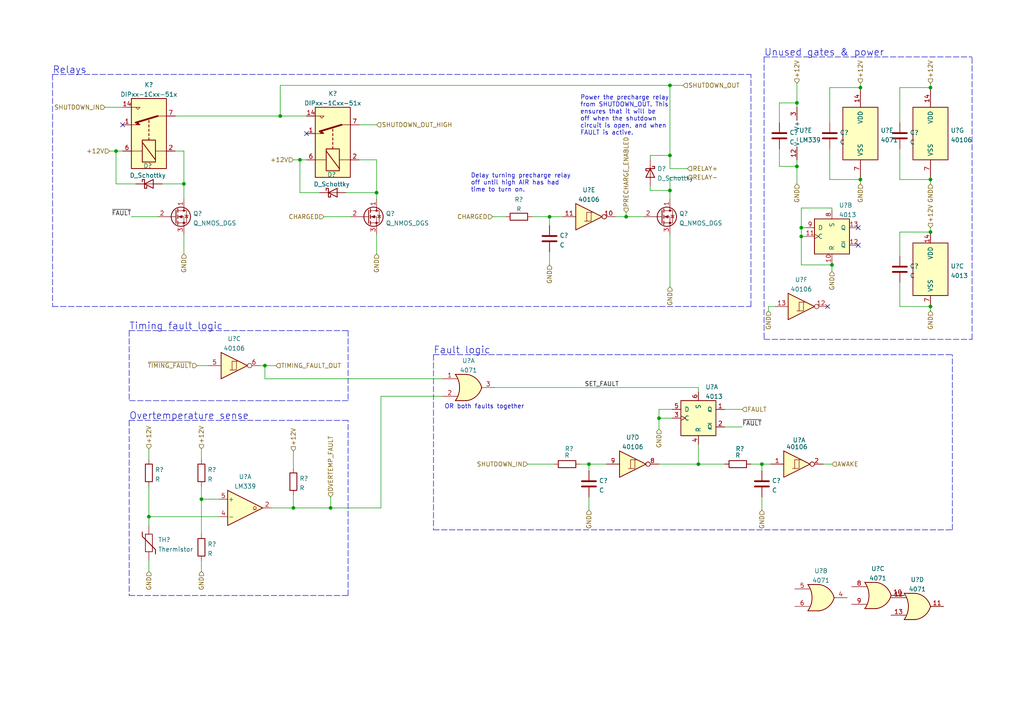
<source format=kicad_sch>
(kicad_sch (version 20211123) (generator eeschema)
  (paper "A4")
  (lib_symbols
    (symbol "4xxx:40106" (pin_names (offset 1.016))
      (property "Reference" "U" (at 0 1.27 0))
      (property "Value" "40106" (at 0 -1.27 0))
      (symbol "40106_1_0"
        (polyline (pts (xy -0.635 -1.27) (xy -0.635 1.27) (xy 0.635 1.27)))
        (polyline (pts (xy -3.81 3.81) (xy -3.81 -3.81) (xy 3.81 0) (xy -3.81 3.81)) (stroke (width 0.254)) (fill (type background)))
        (polyline (pts (xy -1.27 -1.27) (xy 0.635 -1.27) (xy 0.635 1.27) (xy 1.27 1.27)))
        (pin input line (at -7.62 0 0) (length 3.81) (name "~") (number "1"))
        (pin output inverted (at 7.62 0 180) (length 3.81) (name "~") (number "2"))
      )
      (symbol "40106_2_0"
        (polyline (pts (xy -0.635 -1.27) (xy -0.635 1.27) (xy 0.635 1.27)))
        (polyline (pts (xy -3.81 3.81) (xy -3.81 -3.81) (xy 3.81 0) (xy -3.81 3.81)) (stroke (width 0.254)) (fill (type background)))
        (polyline (pts (xy -1.27 -1.27) (xy 0.635 -1.27) (xy 0.635 1.27) (xy 1.27 1.27)))
        (pin input line (at -7.62 0 0) (length 3.81) (name "~") (number "3"))
        (pin output inverted (at 7.62 0 180) (length 3.81) (name "~") (number "4"))
      )
      (symbol "40106_3_0"
        (polyline (pts (xy -0.635 -1.27) (xy -0.635 1.27) (xy 0.635 1.27)))
        (polyline (pts (xy -3.81 3.81) (xy -3.81 -3.81) (xy 3.81 0) (xy -3.81 3.81)) (stroke (width 0.254)) (fill (type background)))
        (polyline (pts (xy -1.27 -1.27) (xy 0.635 -1.27) (xy 0.635 1.27) (xy 1.27 1.27)))
        (pin input line (at -7.62 0 0) (length 3.81) (name "~") (number "5"))
        (pin output inverted (at 7.62 0 180) (length 3.81) (name "~") (number "6"))
      )
      (symbol "40106_4_0"
        (polyline (pts (xy -0.635 -1.27) (xy -0.635 1.27) (xy 0.635 1.27)))
        (polyline (pts (xy -3.81 3.81) (xy -3.81 -3.81) (xy 3.81 0) (xy -3.81 3.81)) (stroke (width 0.254)) (fill (type background)))
        (polyline (pts (xy -1.27 -1.27) (xy 0.635 -1.27) (xy 0.635 1.27) (xy 1.27 1.27)))
        (pin output inverted (at 7.62 0 180) (length 3.81) (name "~") (number "8"))
        (pin input line (at -7.62 0 0) (length 3.81) (name "~") (number "9"))
      )
      (symbol "40106_5_0"
        (polyline (pts (xy -0.635 -1.27) (xy -0.635 1.27) (xy 0.635 1.27)))
        (polyline (pts (xy -3.81 3.81) (xy -3.81 -3.81) (xy 3.81 0) (xy -3.81 3.81)) (stroke (width 0.254)) (fill (type background)))
        (polyline (pts (xy -1.27 -1.27) (xy 0.635 -1.27) (xy 0.635 1.27) (xy 1.27 1.27)))
        (pin output inverted (at 7.62 0 180) (length 3.81) (name "~") (number "10"))
        (pin input line (at -7.62 0 0) (length 3.81) (name "~") (number "11"))
      )
      (symbol "40106_6_0"
        (polyline (pts (xy -0.635 -1.27) (xy -0.635 1.27) (xy 0.635 1.27)))
        (polyline (pts (xy -3.81 3.81) (xy -3.81 -3.81) (xy 3.81 0) (xy -3.81 3.81)) (stroke (width 0.254)) (fill (type background)))
        (polyline (pts (xy -1.27 -1.27) (xy 0.635 -1.27) (xy 0.635 1.27) (xy 1.27 1.27)))
        (pin output inverted (at 7.62 0 180) (length 3.81) (name "~") (number "12"))
        (pin input line (at -7.62 0 0) (length 3.81) (name "~") (number "13"))
      )
      (symbol "40106_7_0"
        (pin power_in line (at 0 12.7 270) (length 5.08) (name "VDD") (number "14"))
        (pin power_in line (at 0 -12.7 90) (length 5.08) (name "VSS") (number "7"))
      )
      (symbol "40106_7_1"
        (rectangle (start -5.08 7.62) (end 5.08 -7.62) (stroke (width 0.254)) (fill (type background)))
      )
    )
    (symbol "4xxx:4013" (pin_names (offset 1.016))
      (property "Reference" "U" (at -7.62 8.89 0))
      (property "Value" "4013" (at -7.62 -8.89 0))
      (symbol "4013_1_1"
        (rectangle (start -5.08 5.08) (end 5.08 -5.08) (stroke (width 0.254)) (fill (type background)))
        (pin output line (at 7.62 2.54 180) (length 2.54) (name "Q") (number "1"))
        (pin output line (at 7.62 -2.54 180) (length 2.54) (name "~{Q}") (number "2"))
        (pin input clock (at -7.62 0 0) (length 2.54) (name "C") (number "3"))
        (pin input line (at 0 -7.62 90) (length 2.54) (name "R") (number "4"))
        (pin input line (at -7.62 2.54 0) (length 2.54) (name "D") (number "5"))
        (pin input line (at 0 7.62 270) (length 2.54) (name "S") (number "6"))
      )
      (symbol "4013_2_1"
        (rectangle (start -5.08 5.08) (end 5.08 -5.08) (stroke (width 0.254)) (fill (type background)))
        (pin input line (at 0 -7.62 90) (length 2.54) (name "R") (number "10"))
        (pin input clock (at -7.62 0 0) (length 2.54) (name "C") (number "11"))
        (pin output line (at 7.62 -2.54 180) (length 2.54) (name "~{Q}") (number "12"))
        (pin output line (at 7.62 2.54 180) (length 2.54) (name "Q") (number "13"))
        (pin input line (at 0 7.62 270) (length 2.54) (name "S") (number "8"))
        (pin input line (at -7.62 2.54 0) (length 2.54) (name "D") (number "9"))
      )
      (symbol "4013_3_0"
        (pin power_in line (at 0 10.16 270) (length 2.54) (name "VDD") (number "14"))
        (pin power_in line (at 0 -10.16 90) (length 2.54) (name "VSS") (number "7"))
      )
      (symbol "4013_3_1"
        (rectangle (start -5.08 7.62) (end 5.08 -7.62) (stroke (width 0.254)) (fill (type background)))
      )
    )
    (symbol "4xxx:4071" (pin_names (offset 1.016))
      (property "Reference" "U" (at 0 1.27 0))
      (property "Value" "4071" (at 0 -1.27 0))
      (symbol "4071_1_1"
        (arc (start -3.81 -3.81) (mid -2.589 0) (end -3.81 3.81) (stroke (width 0.254)))
        (arc (start -0.6096 -3.81) (mid 2.1855 -2.584) (end 3.81 0) (stroke (width 0.254)) (fill (type background)))
        (polyline (pts (xy -3.81 -3.81) (xy -0.635 -3.81)) (stroke (width 0.254)) (fill (type background)))
        (polyline (pts (xy -3.81 3.81) (xy -0.635 3.81)) (stroke (width 0.254)) (fill (type background)))
        (polyline (pts (xy -0.635 3.81) (xy -3.81 3.81) (xy -3.81 3.81) (xy -3.556 3.4036) (xy -3.0226 2.2606) (xy -2.6924 1.0414) (xy -2.6162 -0.254) (xy -2.7686 -1.4986) (xy -3.175 -2.7178) (xy -3.81 -3.81) (xy -3.81 -3.81) (xy -0.635 -3.81)) (stroke (width -25.4)) (fill (type background)))
        (arc (start 3.81 0) (mid 2.1928 2.5925) (end -0.6096 3.81) (stroke (width 0.254)) (fill (type background)))
        (pin input line (at -7.62 2.54 0) (length 4.318) (name "~") (number "1"))
        (pin input line (at -7.62 -2.54 0) (length 4.318) (name "~") (number "2"))
        (pin output line (at 7.62 0 180) (length 3.81) (name "~") (number "3"))
      )
      (symbol "4071_1_2"
        (arc (start 0 -3.81) (mid 3.81 0) (end 0 3.81) (stroke (width 0.254)) (fill (type background)))
        (polyline (pts (xy 0 3.81) (xy -3.81 3.81) (xy -3.81 -3.81) (xy 0 -3.81)) (stroke (width 0.254)) (fill (type background)))
        (pin input inverted (at -7.62 2.54 0) (length 3.81) (name "~") (number "1"))
        (pin input inverted (at -7.62 -2.54 0) (length 3.81) (name "~") (number "2"))
        (pin output inverted (at 7.62 0 180) (length 3.81) (name "~") (number "3"))
      )
      (symbol "4071_2_1"
        (arc (start -3.81 -3.81) (mid -2.589 0) (end -3.81 3.81) (stroke (width 0.254)))
        (arc (start -0.6096 -3.81) (mid 2.1855 -2.584) (end 3.81 0) (stroke (width 0.254)) (fill (type background)))
        (polyline (pts (xy -3.81 -3.81) (xy -0.635 -3.81)) (stroke (width 0.254)) (fill (type background)))
        (polyline (pts (xy -3.81 3.81) (xy -0.635 3.81)) (stroke (width 0.254)) (fill (type background)))
        (polyline (pts (xy -0.635 3.81) (xy -3.81 3.81) (xy -3.81 3.81) (xy -3.556 3.4036) (xy -3.0226 2.2606) (xy -2.6924 1.0414) (xy -2.6162 -0.254) (xy -2.7686 -1.4986) (xy -3.175 -2.7178) (xy -3.81 -3.81) (xy -3.81 -3.81) (xy -0.635 -3.81)) (stroke (width -25.4)) (fill (type background)))
        (arc (start 3.81 0) (mid 2.1928 2.5925) (end -0.6096 3.81) (stroke (width 0.254)) (fill (type background)))
        (pin output line (at 7.62 0 180) (length 3.81) (name "~") (number "4"))
        (pin input line (at -7.62 2.54 0) (length 4.318) (name "~") (number "5"))
        (pin input line (at -7.62 -2.54 0) (length 4.318) (name "~") (number "6"))
      )
      (symbol "4071_2_2"
        (arc (start 0 -3.81) (mid 3.81 0) (end 0 3.81) (stroke (width 0.254)) (fill (type background)))
        (polyline (pts (xy 0 3.81) (xy -3.81 3.81) (xy -3.81 -3.81) (xy 0 -3.81)) (stroke (width 0.254)) (fill (type background)))
        (pin output inverted (at 7.62 0 180) (length 3.81) (name "~") (number "4"))
        (pin input inverted (at -7.62 2.54 0) (length 3.81) (name "~") (number "5"))
        (pin input inverted (at -7.62 -2.54 0) (length 3.81) (name "~") (number "6"))
      )
      (symbol "4071_3_1"
        (arc (start -3.81 -3.81) (mid -2.589 0) (end -3.81 3.81) (stroke (width 0.254)))
        (arc (start -0.6096 -3.81) (mid 2.1855 -2.584) (end 3.81 0) (stroke (width 0.254)) (fill (type background)))
        (polyline (pts (xy -3.81 -3.81) (xy -0.635 -3.81)) (stroke (width 0.254)) (fill (type background)))
        (polyline (pts (xy -3.81 3.81) (xy -0.635 3.81)) (stroke (width 0.254)) (fill (type background)))
        (polyline (pts (xy -0.635 3.81) (xy -3.81 3.81) (xy -3.81 3.81) (xy -3.556 3.4036) (xy -3.0226 2.2606) (xy -2.6924 1.0414) (xy -2.6162 -0.254) (xy -2.7686 -1.4986) (xy -3.175 -2.7178) (xy -3.81 -3.81) (xy -3.81 -3.81) (xy -0.635 -3.81)) (stroke (width -25.4)) (fill (type background)))
        (arc (start 3.81 0) (mid 2.1928 2.5925) (end -0.6096 3.81) (stroke (width 0.254)) (fill (type background)))
        (pin output line (at 7.62 0 180) (length 3.81) (name "~") (number "10"))
        (pin input line (at -7.62 2.54 0) (length 4.318) (name "~") (number "8"))
        (pin input line (at -7.62 -2.54 0) (length 4.318) (name "~") (number "9"))
      )
      (symbol "4071_3_2"
        (arc (start 0 -3.81) (mid 3.81 0) (end 0 3.81) (stroke (width 0.254)) (fill (type background)))
        (polyline (pts (xy 0 3.81) (xy -3.81 3.81) (xy -3.81 -3.81) (xy 0 -3.81)) (stroke (width 0.254)) (fill (type background)))
        (pin output inverted (at 7.62 0 180) (length 3.81) (name "~") (number "10"))
        (pin input inverted (at -7.62 2.54 0) (length 3.81) (name "~") (number "8"))
        (pin input inverted (at -7.62 -2.54 0) (length 3.81) (name "~") (number "9"))
      )
      (symbol "4071_4_1"
        (arc (start -3.81 -3.81) (mid -2.589 0) (end -3.81 3.81) (stroke (width 0.254)))
        (arc (start -0.6096 -3.81) (mid 2.1855 -2.584) (end 3.81 0) (stroke (width 0.254)) (fill (type background)))
        (polyline (pts (xy -3.81 -3.81) (xy -0.635 -3.81)) (stroke (width 0.254)) (fill (type background)))
        (polyline (pts (xy -3.81 3.81) (xy -0.635 3.81)) (stroke (width 0.254)) (fill (type background)))
        (polyline (pts (xy -0.635 3.81) (xy -3.81 3.81) (xy -3.81 3.81) (xy -3.556 3.4036) (xy -3.0226 2.2606) (xy -2.6924 1.0414) (xy -2.6162 -0.254) (xy -2.7686 -1.4986) (xy -3.175 -2.7178) (xy -3.81 -3.81) (xy -3.81 -3.81) (xy -0.635 -3.81)) (stroke (width -25.4)) (fill (type background)))
        (arc (start 3.81 0) (mid 2.1928 2.5925) (end -0.6096 3.81) (stroke (width 0.254)) (fill (type background)))
        (pin output line (at 7.62 0 180) (length 3.81) (name "~") (number "11"))
        (pin input line (at -7.62 2.54 0) (length 4.318) (name "~") (number "12"))
        (pin input line (at -7.62 -2.54 0) (length 4.318) (name "~") (number "13"))
      )
      (symbol "4071_4_2"
        (arc (start 0 -3.81) (mid 3.81 0) (end 0 3.81) (stroke (width 0.254)) (fill (type background)))
        (polyline (pts (xy 0 3.81) (xy -3.81 3.81) (xy -3.81 -3.81) (xy 0 -3.81)) (stroke (width 0.254)) (fill (type background)))
        (pin output inverted (at 7.62 0 180) (length 3.81) (name "~") (number "11"))
        (pin input inverted (at -7.62 2.54 0) (length 3.81) (name "~") (number "12"))
        (pin input inverted (at -7.62 -2.54 0) (length 3.81) (name "~") (number "13"))
      )
      (symbol "4071_5_0"
        (pin power_in line (at 0 12.7 270) (length 5.08) (name "VDD") (number "14"))
        (pin power_in line (at 0 -12.7 90) (length 5.08) (name "VSS") (number "7"))
      )
      (symbol "4071_5_1"
        (rectangle (start -5.08 7.62) (end 5.08 -7.62) (stroke (width 0.254)) (fill (type background)))
      )
    )
    (symbol "Comparator:LM339" (pin_names (offset 0.127))
      (property "Reference" "U" (at 0 5.08 0))
      (property "Value" "LM339" (at 0 -5.08 0))
      (symbol "LM339_1_1"
        (polyline (pts (xy -5.08 5.08) (xy 5.08 0) (xy -5.08 -5.08) (xy -5.08 5.08)) (stroke (width 0.254)) (fill (type background)))
        (polyline (pts (xy 3.302 -0.508) (xy 2.794 -0.508) (xy 3.302 0) (xy 2.794 0.508) (xy 2.286 0) (xy 2.794 -0.508) (xy 2.286 -0.508)) (stroke (width 0.127)))
        (pin open_collector line (at 7.62 0 180) (length 2.54) (name "~") (number "2"))
        (pin input line (at -7.62 -2.54 0) (length 2.54) (name "-") (number "4"))
        (pin input line (at -7.62 2.54 0) (length 2.54) (name "+") (number "5"))
      )
      (symbol "LM339_2_1"
        (polyline (pts (xy -5.08 5.08) (xy 5.08 0) (xy -5.08 -5.08) (xy -5.08 5.08)) (stroke (width 0.254)) (fill (type background)))
        (polyline (pts (xy 3.302 -0.508) (xy 2.794 -0.508) (xy 3.302 0) (xy 2.794 0.508) (xy 2.286 0) (xy 2.794 -0.508) (xy 2.286 -0.508)) (stroke (width 0.127)))
        (pin open_collector line (at 7.62 0 180) (length 2.54) (name "~") (number "1"))
        (pin input line (at -7.62 -2.54 0) (length 2.54) (name "-") (number "6"))
        (pin input line (at -7.62 2.54 0) (length 2.54) (name "+") (number "7"))
      )
      (symbol "LM339_3_1"
        (polyline (pts (xy -5.08 5.08) (xy 5.08 0) (xy -5.08 -5.08) (xy -5.08 5.08)) (stroke (width 0.254)) (fill (type background)))
        (polyline (pts (xy 3.302 -0.508) (xy 2.794 -0.508) (xy 3.302 0) (xy 2.794 0.508) (xy 2.286 0) (xy 2.794 -0.508) (xy 2.286 -0.508)) (stroke (width 0.127)))
        (pin input line (at -7.62 -2.54 0) (length 2.54) (name "-") (number "10"))
        (pin input line (at -7.62 2.54 0) (length 2.54) (name "+") (number "11"))
        (pin open_collector line (at 7.62 0 180) (length 2.54) (name "~") (number "13"))
      )
      (symbol "LM339_4_1"
        (polyline (pts (xy -5.08 5.08) (xy 5.08 0) (xy -5.08 -5.08) (xy -5.08 5.08)) (stroke (width 0.254)) (fill (type background)))
        (polyline (pts (xy 3.302 -0.508) (xy 2.794 -0.508) (xy 3.302 0) (xy 2.794 0.508) (xy 2.286 0) (xy 2.794 -0.508) (xy 2.286 -0.508)) (stroke (width 0.127)))
        (pin open_collector line (at 7.62 0 180) (length 2.54) (name "~") (number "14"))
        (pin input line (at -7.62 -2.54 0) (length 2.54) (name "-") (number "8"))
        (pin input line (at -7.62 2.54 0) (length 2.54) (name "+") (number "9"))
      )
      (symbol "LM339_5_1"
        (pin power_in line (at -2.54 -7.62 90) (length 3.81) (name "V-") (number "12"))
        (pin power_in line (at -2.54 7.62 270) (length 3.81) (name "V+") (number "3"))
      )
    )
    (symbol "Device:C" (pin_numbers hide) (pin_names (offset 0.254))
      (property "Reference" "C" (at 0.635 2.54 0))
      (property "Value" "C" (at 0.635 -2.54 0))
      (symbol "C_0_1"
        (polyline (pts (xy -2.032 -0.762) (xy 2.032 -0.762)) (stroke (width 0.508)))
        (polyline (pts (xy -2.032 0.762) (xy 2.032 0.762)) (stroke (width 0.508)))
      )
      (symbol "C_1_1"
        (pin passive line (at 0 3.81 270) (length 2.794) (name "~") (number "1"))
        (pin passive line (at 0 -3.81 90) (length 2.794) (name "~") (number "2"))
      )
    )
    (symbol "Device:D_Schottky" (pin_numbers hide) (pin_names (offset 1.016) hide)
      (property "Reference" "D" (at 0 2.54 0))
      (property "Value" "D_Schottky" (at 0 -2.54 0))
      (symbol "D_Schottky_0_1"
        (polyline (pts (xy 1.27 0) (xy -1.27 0)))
        (polyline (pts (xy 1.27 1.27) (xy 1.27 -1.27) (xy -1.27 0) (xy 1.27 1.27)) (stroke (width 0.254)))
        (polyline (pts (xy -1.905 0.635) (xy -1.905 1.27) (xy -1.27 1.27) (xy -1.27 -1.27) (xy -0.635 -1.27) (xy -0.635 -0.635)) (stroke (width 0.254)))
      )
      (symbol "D_Schottky_1_1"
        (pin passive line (at -3.81 0 0) (length 2.54) (name "K") (number "1"))
        (pin passive line (at 3.81 0 180) (length 2.54) (name "A") (number "2"))
      )
    )
    (symbol "Device:Q_NMOS_DGS" (pin_names (offset 0) hide)
      (property "Reference" "Q" (at 5.08 1.27 0))
      (property "Value" "Q_NMOS_DGS" (at 5.08 -1.27 0))
      (symbol "Q_NMOS_DGS_0_1"
        (polyline (pts (xy 0.254 0) (xy -2.54 0)))
        (polyline (pts (xy 0.254 1.905) (xy 0.254 -1.905)) (stroke (width 0.254)))
        (polyline (pts (xy 0.762 -1.27) (xy 0.762 -2.286)) (stroke (width 0.254)))
        (polyline (pts (xy 0.762 0.508) (xy 0.762 -0.508)) (stroke (width 0.254)))
        (polyline (pts (xy 0.762 2.286) (xy 0.762 1.27)) (stroke (width 0.254)))
        (polyline (pts (xy 2.54 2.54) (xy 2.54 1.778)))
        (polyline (pts (xy 2.54 -2.54) (xy 2.54 0) (xy 0.762 0)))
        (polyline (pts (xy 0.762 -1.778) (xy 3.302 -1.778) (xy 3.302 1.778) (xy 0.762 1.778)))
        (polyline (pts (xy 1.016 0) (xy 2.032 0.381) (xy 2.032 -0.381) (xy 1.016 0)) (fill (type outline)))
        (polyline (pts (xy 2.794 0.508) (xy 2.921 0.381) (xy 3.683 0.381) (xy 3.81 0.254)))
        (polyline (pts (xy 3.302 0.381) (xy 2.921 -0.254) (xy 3.683 -0.254) (xy 3.302 0.381)))
        (circle (center 1.651 0) (radius 2.794) (stroke (width 0.254)))
        (circle (center 2.54 -1.778) (radius 0.254) (fill (type outline)))
        (circle (center 2.54 1.778) (radius 0.254) (fill (type outline)))
      )
      (symbol "Q_NMOS_DGS_1_1"
        (pin passive line (at 2.54 5.08 270) (length 2.54) (name "D") (number "1"))
        (pin input line (at -5.08 0 0) (length 2.54) (name "G") (number "2"))
        (pin passive line (at 2.54 -5.08 90) (length 2.54) (name "S") (number "3"))
      )
    )
    (symbol "Device:R" (pin_numbers hide) (pin_names (offset 0))
      (property "Reference" "R" (at 2.032 0 90))
      (property "Value" "R" (at 0 0 90))
      (symbol "R_0_1"
        (rectangle (start -1.016 -2.54) (end 1.016 2.54) (stroke (width 0.254)))
      )
      (symbol "R_1_1"
        (pin passive line (at 0 3.81 270) (length 1.27) (name "~") (number "1"))
        (pin passive line (at 0 -3.81 90) (length 1.27) (name "~") (number "2"))
      )
    )
    (symbol "Device:Thermistor" (pin_numbers hide) (pin_names (offset 0))
      (property "Reference" "TH" (at 2.54 1.27 90))
      (property "Value" "Thermistor" (at -2.54 0 90))
      (symbol "Thermistor_0_1"
        (rectangle (start -1.016 2.54) (end 1.016 -2.54) (stroke (width 0.2032)))
        (polyline (pts (xy -1.905 3.175) (xy -1.905 1.905) (xy 1.905 -1.905) (xy 1.905 -3.175) (xy 1.905 -3.175)) (stroke (width 0.254)))
      )
      (symbol "Thermistor_1_1"
        (pin passive line (at 0 5.08 270) (length 2.54) (name "~") (number "1"))
        (pin passive line (at 0 -5.08 90) (length 2.54) (name "~") (number "2"))
      )
    )
    (symbol "Relay:DIPxx-1Cxx-51x"
      (property "Reference" "K" (at 11.43 3.81 0))
      (property "Value" "DIPxx-1Cxx-51x" (at 11.43 1.27 0))
      (symbol "DIPxx-1Cxx-51x_0_0"
        (polyline (pts (xy 2.54 5.08) (xy 2.54 2.54) (xy 3.175 3.175) (xy 2.54 3.81)) (fill (type outline)))
        (polyline (pts (xy 7.62 5.08) (xy 7.62 2.54) (xy 6.985 3.175) (xy 7.62 3.81)))
      )
      (symbol "DIPxx-1Cxx-51x_0_1"
        (rectangle (start -10.16 5.08) (end 10.16 -5.08) (stroke (width 0.254)) (fill (type background)))
        (rectangle (start -8.255 1.905) (end -1.905 -1.905) (stroke (width 0.254)))
        (polyline (pts (xy -7.62 -1.905) (xy -2.54 1.905)) (stroke (width 0.254)))
        (polyline (pts (xy -5.08 -5.08) (xy -5.08 -1.905)))
        (polyline (pts (xy -5.08 5.08) (xy -5.08 1.905)))
        (polyline (pts (xy -1.905 0) (xy -1.27 0)) (stroke (width 0.254)))
        (polyline (pts (xy -0.635 0) (xy 0 0)) (stroke (width 0.254)))
        (polyline (pts (xy 0.635 0) (xy 1.27 0)) (stroke (width 0.254)))
        (polyline (pts (xy 1.905 0) (xy 2.54 0)) (stroke (width 0.254)))
        (polyline (pts (xy 3.175 0) (xy 3.81 0)) (stroke (width 0.254)))
        (polyline (pts (xy 5.08 -2.54) (xy 3.175 3.81)) (stroke (width 0.508)))
        (polyline (pts (xy 5.08 -2.54) (xy 5.08 -5.08)))
      )
      (symbol "DIPxx-1Cxx-51x_1_1"
        (pin passive line (at 2.54 7.62 270) (length 2.54) (name "~") (number "1"))
        (pin passive line (at 7.62 7.62 270) (length 2.54) (name "~") (number "14"))
        (pin passive line (at -5.08 -7.62 90) (length 2.54) (name "~") (number "2"))
        (pin passive line (at -5.08 7.62 270) (length 2.54) (name "~") (number "6"))
        (pin passive line (at 5.08 -7.62 90) (length 2.54) (name "~") (number "7"))
        (pin passive line (at 5.08 -7.62 90) (length 2.54) hide (name "~") (number "8"))
      )
    )
  )
  (junction (at 53.34 53.34))
  (junction (at 85.09 147.32))
  (junction (at 170.815 134.62))
  (junction (at 76.835 106.045))
  (junction (at 202.565 134.62))
  (junction (at 231.14 29.845))
  (junction (at 33.655 43.815))
  (junction (at 194.31 55.245))
  (junction (at 194.31 24.765))
  (junction (at 232.41 66.04))
  (junction (at 81.28 33.655))
  (junction (at 269.875 25.4))
  (junction (at 231.14 48.26))
  (junction (at 249.555 52.07))
  (junction (at 43.18 149.86))
  (junction (at 86.995 46.355))
  (junction (at 269.875 88.9))
  (junction (at 220.98 134.62))
  (junction (at 249.555 25.4))
  (junction (at 241.3 76.835))
  (junction (at 181.61 62.865))
  (junction (at 269.875 67.31))
  (junction (at 269.875 52.07))
  (junction (at 95.885 147.32))
  (junction (at 194.31 45.085))
  (junction (at 191.135 121.285))
  (junction (at 109.22 55.88))
  (junction (at 232.41 68.58))
  (junction (at 159.385 62.865))
  (junction (at 58.42 144.78))
  (no_connect (at 88.9 38.735))
  (no_connect (at 248.92 66.04))
  (no_connect (at 240.03 88.9))
  (no_connect (at 35.56 36.195))
  (no_connect (at 248.92 71.12))
  (wire (pts (xy 260.985 52.07) (xy 269.875 52.07)))
  (wire (pts (xy 43.18 140.97) (xy 43.18 149.86)))
  (wire (pts (xy 217.805 134.62) (xy 220.98 134.62)))
  (wire (pts (xy 104.14 36.195) (xy 109.22 36.195)))
  (wire (pts (xy 194.945 118.745) (xy 191.135 118.745)))
  (polyline (pts (xy 37.465 172.72) (xy 100.965 172.72)))
  (wire (pts (xy 109.22 46.355) (xy 109.22 55.88)))
  (wire (pts (xy 226.06 48.26) (xy 231.14 48.26)))
  (wire (pts (xy 188.595 55.245) (xy 194.31 55.245)))
  (wire (pts (xy 194.31 24.765) (xy 194.31 45.085)))
  (wire (pts (xy 231.14 29.845) (xy 231.14 31.115)))
  (wire (pts (xy 269.875 67.31) (xy 269.875 67.945)))
  (wire (pts (xy 231.14 46.355) (xy 231.14 48.26)))
  (wire (pts (xy 222.885 88.9) (xy 224.79 88.9)))
  (wire (pts (xy 249.555 52.07) (xy 249.555 53.34)))
  (wire (pts (xy 31.75 43.815) (xy 33.655 43.815)))
  (wire (pts (xy 39.37 53.34) (xy 33.655 53.34)))
  (wire (pts (xy 260.985 74.295) (xy 260.985 67.31)))
  (polyline (pts (xy 100.965 116.205) (xy 37.465 116.205)))
  (wire (pts (xy 76.835 109.855) (xy 128.27 109.855)))
  (wire (pts (xy 100.33 55.88) (xy 109.22 55.88)))
  (wire (pts (xy 194.31 51.435) (xy 199.39 51.435)))
  (wire (pts (xy 240.665 52.07) (xy 249.555 52.07)))
  (polyline (pts (xy 125.73 102.87) (xy 125.73 153.67)))
  (wire (pts (xy 210.185 118.745) (xy 215.265 118.745)))
  (wire (pts (xy 194.31 45.085) (xy 194.31 48.895)))
  (wire (pts (xy 226.06 35.56) (xy 226.06 29.845)))
  (wire (pts (xy 170.815 134.62) (xy 175.895 134.62)))
  (wire (pts (xy 93.98 62.865) (xy 101.6 62.865)))
  (wire (pts (xy 249.555 51.435) (xy 249.555 52.07)))
  (wire (pts (xy 191.135 121.285) (xy 194.945 121.285)))
  (wire (pts (xy 269.875 52.07) (xy 269.875 53.34)))
  (wire (pts (xy 43.18 162.56) (xy 43.18 165.735)))
  (wire (pts (xy 53.34 53.34) (xy 53.34 43.815)))
  (wire (pts (xy 53.34 43.815) (xy 50.8 43.815)))
  (wire (pts (xy 63.5 149.86) (xy 43.18 149.86)))
  (wire (pts (xy 241.3 76.835) (xy 241.3 78.74)))
  (wire (pts (xy 202.565 112.395) (xy 202.565 113.665)))
  (wire (pts (xy 226.06 43.18) (xy 226.06 48.26)))
  (polyline (pts (xy 37.465 121.92) (xy 37.465 172.72)))
  (wire (pts (xy 58.42 162.56) (xy 58.42 165.735)))
  (wire (pts (xy 109.22 67.945) (xy 109.22 73.66)))
  (wire (pts (xy 231.14 24.13) (xy 231.14 29.845)))
  (wire (pts (xy 260.985 25.4) (xy 269.875 25.4)))
  (wire (pts (xy 58.42 144.78) (xy 58.42 154.94)))
  (wire (pts (xy 232.41 66.04) (xy 232.41 60.325)))
  (wire (pts (xy 241.3 76.2) (xy 241.3 76.835)))
  (wire (pts (xy 168.275 134.62) (xy 170.815 134.62)))
  (wire (pts (xy 194.31 57.785) (xy 194.31 55.245)))
  (polyline (pts (xy 15.24 21.59) (xy 217.805 21.59)))
  (wire (pts (xy 220.98 144.145) (xy 220.98 147.955)))
  (wire (pts (xy 143.51 112.395) (xy 202.565 112.395)))
  (wire (pts (xy 81.28 33.655) (xy 81.28 24.765)))
  (polyline (pts (xy 37.465 95.885) (xy 37.465 116.205)))
  (wire (pts (xy 241.3 76.835) (xy 232.41 76.835)))
  (wire (pts (xy 43.18 149.86) (xy 43.18 152.4)))
  (wire (pts (xy 75.565 106.045) (xy 76.835 106.045)))
  (polyline (pts (xy 281.94 98.425) (xy 281.94 16.51)))
  (wire (pts (xy 226.06 29.845) (xy 231.14 29.845)))
  (wire (pts (xy 58.42 130.175) (xy 58.42 133.35)))
  (wire (pts (xy 240.665 25.4) (xy 249.555 25.4)))
  (wire (pts (xy 231.14 48.26) (xy 231.14 53.34)))
  (wire (pts (xy 202.565 134.62) (xy 210.185 134.62)))
  (wire (pts (xy 142.875 62.865) (xy 146.685 62.865)))
  (wire (pts (xy 110.49 114.935) (xy 128.27 114.935)))
  (wire (pts (xy 260.985 81.915) (xy 260.985 88.9)))
  (wire (pts (xy 109.22 55.88) (xy 109.22 57.785)))
  (wire (pts (xy 95.885 144.145) (xy 95.885 147.32)))
  (wire (pts (xy 76.835 106.045) (xy 76.835 109.855)))
  (wire (pts (xy 33.655 43.815) (xy 35.56 43.815)))
  (wire (pts (xy 269.875 88.265) (xy 269.875 88.9)))
  (polyline (pts (xy 221.615 16.51) (xy 221.615 98.425)))
  (wire (pts (xy 220.98 134.62) (xy 220.98 136.525)))
  (polyline (pts (xy 15.24 21.59) (xy 15.24 88.9)))
  (wire (pts (xy 154.305 62.865) (xy 159.385 62.865)))
  (wire (pts (xy 76.835 106.045) (xy 80.01 106.045)))
  (wire (pts (xy 241.3 60.325) (xy 241.3 60.96)))
  (wire (pts (xy 191.135 121.285) (xy 191.135 124.46)))
  (wire (pts (xy 50.8 33.655) (xy 81.28 33.655)))
  (wire (pts (xy 159.385 62.865) (xy 159.385 65.405)))
  (wire (pts (xy 104.14 46.355) (xy 109.22 46.355)))
  (wire (pts (xy 181.61 61.595) (xy 181.61 62.865)))
  (wire (pts (xy 269.875 51.435) (xy 269.875 52.07)))
  (polyline (pts (xy 125.73 153.67) (xy 276.225 153.67)))
  (wire (pts (xy 260.985 67.31) (xy 269.875 67.31)))
  (wire (pts (xy 181.61 62.865) (xy 186.69 62.865)))
  (wire (pts (xy 260.985 43.18) (xy 260.985 52.07)))
  (wire (pts (xy 86.995 55.88) (xy 86.995 46.355)))
  (polyline (pts (xy 125.73 102.87) (xy 276.225 102.87)))
  (wire (pts (xy 232.41 68.58) (xy 233.68 68.58)))
  (wire (pts (xy 85.09 147.32) (xy 95.885 147.32)))
  (wire (pts (xy 240.665 35.56) (xy 240.665 25.4)))
  (wire (pts (xy 194.31 24.765) (xy 198.12 24.765)))
  (wire (pts (xy 269.875 88.9) (xy 269.875 90.17)))
  (wire (pts (xy 191.135 134.62) (xy 202.565 134.62)))
  (wire (pts (xy 194.31 55.245) (xy 194.31 51.435)))
  (wire (pts (xy 92.71 55.88) (xy 86.995 55.88)))
  (polyline (pts (xy 100.965 172.72) (xy 100.965 121.92)))
  (wire (pts (xy 194.31 67.945) (xy 194.31 83.185)))
  (wire (pts (xy 232.41 76.835) (xy 232.41 68.58)))
  (wire (pts (xy 85.09 46.355) (xy 86.995 46.355)))
  (wire (pts (xy 159.385 62.865) (xy 163.195 62.865)))
  (wire (pts (xy 191.135 118.745) (xy 191.135 121.285)))
  (polyline (pts (xy 37.465 121.92) (xy 100.965 121.92)))
  (wire (pts (xy 85.09 147.32) (xy 78.74 147.32)))
  (wire (pts (xy 57.15 106.045) (xy 60.325 106.045)))
  (wire (pts (xy 33.655 53.34) (xy 33.655 43.815)))
  (wire (pts (xy 222.885 90.17) (xy 222.885 88.9)))
  (wire (pts (xy 249.555 25.4) (xy 249.555 26.035)))
  (wire (pts (xy 58.42 140.97) (xy 58.42 144.78)))
  (wire (pts (xy 170.815 134.62) (xy 170.815 136.525)))
  (wire (pts (xy 81.28 24.765) (xy 194.31 24.765)))
  (wire (pts (xy 260.985 35.56) (xy 260.985 25.4)))
  (wire (pts (xy 238.76 134.62) (xy 241.3 134.62)))
  (wire (pts (xy 188.595 46.355) (xy 188.595 45.085)))
  (wire (pts (xy 58.42 144.78) (xy 63.5 144.78)))
  (wire (pts (xy 188.595 53.975) (xy 188.595 55.245)))
  (polyline (pts (xy 221.615 98.425) (xy 281.94 98.425)))
  (wire (pts (xy 81.28 33.655) (xy 88.9 33.655)))
  (wire (pts (xy 188.595 45.085) (xy 194.31 45.085)))
  (polyline (pts (xy 15.24 88.9) (xy 217.805 88.9)))
  (wire (pts (xy 85.09 143.51) (xy 85.09 147.32)))
  (wire (pts (xy 30.48 31.115) (xy 35.56 31.115)))
  (wire (pts (xy 269.875 24.13) (xy 269.875 25.4)))
  (wire (pts (xy 260.985 88.9) (xy 269.875 88.9)))
  (wire (pts (xy 85.09 130.81) (xy 85.09 135.89)))
  (wire (pts (xy 210.185 123.825) (xy 215.265 123.825)))
  (wire (pts (xy 269.875 66.04) (xy 269.875 67.31)))
  (wire (pts (xy 86.995 46.355) (xy 88.9 46.355)))
  (polyline (pts (xy 221.615 16.51) (xy 281.94 16.51)))
  (wire (pts (xy 232.41 66.04) (xy 233.68 66.04)))
  (wire (pts (xy 38.1 62.865) (xy 45.72 62.865)))
  (wire (pts (xy 220.98 134.62) (xy 223.52 134.62)))
  (wire (pts (xy 110.49 147.32) (xy 110.49 114.935)))
  (wire (pts (xy 46.99 53.34) (xy 53.34 53.34)))
  (wire (pts (xy 53.34 67.945) (xy 53.34 73.66)))
  (polyline (pts (xy 100.965 95.885) (xy 100.965 116.205)))
  (wire (pts (xy 178.435 62.865) (xy 181.61 62.865)))
  (polyline (pts (xy 217.805 88.9) (xy 217.805 21.59)))
  (wire (pts (xy 202.565 128.905) (xy 202.565 134.62)))
  (wire (pts (xy 53.34 57.785) (xy 53.34 53.34)))
  (polyline (pts (xy 276.225 153.67) (xy 276.225 102.87)))
  (wire (pts (xy 240.665 43.18) (xy 240.665 52.07)))
  (wire (pts (xy 249.555 24.13) (xy 249.555 25.4)))
  (wire (pts (xy 153.035 134.62) (xy 160.655 134.62)))
  (wire (pts (xy 269.875 25.4) (xy 269.875 26.035)))
  (wire (pts (xy 95.885 147.32) (xy 110.49 147.32)))
  (wire (pts (xy 159.385 73.025) (xy 159.385 76.835)))
  (wire (pts (xy 43.18 130.175) (xy 43.18 133.35)))
  (wire (pts (xy 170.815 144.145) (xy 170.815 147.955)))
  (wire (pts (xy 232.41 60.325) (xy 241.3 60.325)))
  (polyline (pts (xy 37.465 95.885) (xy 100.965 95.885)))
  (wire (pts (xy 232.41 68.58) (xy 232.41 66.04)))
  (wire (pts (xy 199.39 48.895) (xy 194.31 48.895)))
  (text "Power the precharge relay\nfrom SHUTDOWN_OUT. This\nensures that it will be\noff when the shutdown\ncircuit is open, and when\nFAULT is active." (at 168.275 39.37 0) (effects (font (size 1.27 1.27)) (justify left bottom)))
  (text "Overtemperature sense" (at 37.465 121.92 0) (effects (font (size 2 2)) (justify left bottom)))
  (text "Timing fault logic" (at 37.465 95.885 0) (effects (font (size 2 2)) (justify left bottom)))
  (text "Delay turning precharge relay\noff until high AIR has had\ntime to turn on." (at 136.525 55.88 0) (effects (font (size 1.27 1.27)) (justify left bottom)))
  (text "Fault logic" (at 125.73 102.87 0) (effects (font (size 2 2)) (justify left bottom)))
  (text "OR both faults together" (at 128.905 118.745 0) (effects (font (size 1.27 1.27)) (justify left bottom)))
  (text "Unused gates & power" (at 221.615 16.51 0) (effects (font (size 2 2)) (justify left bottom)))
  (text "Relays" (at 15.24 21.59 0) (effects (font (size 2 2)) (justify left bottom)))
  (label "~{FAULT}" (at 215.265 123.825 0))
  (label "~{FAULT}" (at 38.1 62.865 180))
  (label "SET_FAULT" (at 169.545 112.395 0))
  (hierarchical_label "GND" (shape input) (at 269.875 90.17 270))
  (hierarchical_label "GND" (shape input) (at 231.14 53.34 270))
  (hierarchical_label "+12V" (shape input) (at 85.09 46.355 180))
  (hierarchical_label "GND" (shape input) (at 220.98 147.955 270))
  (hierarchical_label "~{TIMING_FAULT}" (shape input) (at 57.15 106.045 180))
  (hierarchical_label "CHARGED" (shape input) (at 93.98 62.865 180))
  (hierarchical_label "+12V" (shape input) (at 231.14 24.13 90))
  (hierarchical_label "GND" (shape input) (at 43.18 165.735 270))
  (hierarchical_label "SHUTDOWN_OUT" (shape input) (at 198.12 24.765 0))
  (hierarchical_label "GND" (shape input) (at 159.385 76.835 270))
  (hierarchical_label "+12V" (shape input) (at 58.42 130.175 90))
  (hierarchical_label "GND" (shape input) (at 249.555 53.34 270))
  (hierarchical_label "SHUTDOWN_OUT_HIGH" (shape input) (at 109.22 36.195 0))
  (hierarchical_label "+12V" (shape input) (at 269.875 66.04 90))
  (hierarchical_label "GND" (shape input) (at 194.31 83.185 270))
  (hierarchical_label "FAULT" (shape input) (at 215.265 118.745 0))
  (hierarchical_label "GND" (shape input) (at 53.34 73.66 270))
  (hierarchical_label "RELAY+" (shape input) (at 199.39 48.895 0))
  (hierarchical_label "RELAY-" (shape input) (at 199.39 51.435 0))
  (hierarchical_label "GND" (shape input) (at 222.885 90.17 270))
  (hierarchical_label "+12V" (shape input) (at 31.75 43.815 180))
  (hierarchical_label "GND" (shape input) (at 58.42 165.735 270))
  (hierarchical_label "GND" (shape input) (at 191.135 124.46 270))
  (hierarchical_label "+12V" (shape input) (at 85.09 130.81 90))
  (hierarchical_label "PRECHARGE_ENABLED" (shape input) (at 181.61 61.595 90))
  (hierarchical_label "AWAKE" (shape input) (at 241.3 134.62 0))
  (hierarchical_label "+12V" (shape input) (at 249.555 24.13 90))
  (hierarchical_label "SHUTDOWN_IN" (shape input) (at 30.48 31.115 180))
  (hierarchical_label "TIMING_FAULT_OUT" (shape input) (at 80.01 106.045 0))
  (hierarchical_label "GND" (shape input) (at 269.875 53.34 270))
  (hierarchical_label "SHUTDOWN_IN" (shape input) (at 153.035 134.62 180))
  (hierarchical_label "OVERTEMP_FAULT" (shape input) (at 95.885 144.145 90))
  (hierarchical_label "+12V" (shape input) (at 43.18 130.175 90))
  (hierarchical_label "GND" (shape input) (at 109.22 73.66 270))
  (hierarchical_label "CHARGED" (shape input) (at 142.875 62.865 180))
  (hierarchical_label "GND" (shape input) (at 170.815 147.955 270))
  (hierarchical_label "+12V" (shape input) (at 269.875 24.13 90))
  (hierarchical_label "GND" (shape input) (at 241.3 78.74 270))
  (symbol (lib_id "Device:C") (at 260.985 78.105 0) (unit 1)
    (property "Reference" "C?" (at 263.906 77.1965 0) (effects (justify left)))
    (property "Value" "C" (at 263.906 79.9716 0) (effects (justify left)))
  )
  (symbol (lib_id "Relay:DIPxx-1Cxx-51x") (at 43.18 38.735 90) (unit 1)
    (property "Reference" "K?" (at 43.18 24.6085 90))
    (property "Value" "DIPxx-1Cxx-51x" (at 43.18 27.3836 90))
    (property "Footprint" "Relay_THT:Relay_StandexMeder_DIP_LowProfile" (effects hide))
    (property "Datasheet" "https://standexelectronics.com/wp-content/uploads/datasheet_reed_relay_DIP.pdf" (effects hide))
  )
  (symbol (lib_id "Device:D_Schottky") (at 188.595 50.165 270) (unit 1)
    (property "Reference" "D?" (at 190.627 48.939 90) (effects (justify left)))
    (property "Value" "D_Schottky" (at 190.627 51.7141 90) (effects (justify left)))
  )
  (symbol (lib_id "Device:R") (at 85.09 139.7 0) (unit 1)
    (property "Reference" "R?" (at 86.868 138.7915 0) (effects (justify left)))
    (property "Value" "R" (at 86.868 141.5666 0) (effects (justify left)))
  )
  (symbol (lib_id "Relay:DIPxx-1Cxx-51x") (at 96.52 41.275 90) (unit 1)
    (property "Reference" "K?" (at 96.52 27.1485 90))
    (property "Value" "DIPxx-1Cxx-51x" (at 96.52 29.9236 90))
    (property "Footprint" "Relay_THT:Relay_StandexMeder_DIP_LowProfile" (effects hide))
    (property "Datasheet" "https://standexelectronics.com/wp-content/uploads/datasheet_reed_relay_DIP.pdf" (effects hide))
  )
  (symbol (lib_id "4xxx:40106") (at 183.515 134.62 0) (unit 4)
    (property "Reference" "U?" (at 183.515 126.8435 0))
    (property "Value" "40106" (at 183.515 129.6186 0))
    (property "Datasheet" "https://assets.nexperia.com/documents/data-sheet/HEF40106B.pdf" (effects hide))
  )
  (symbol (lib_id "4xxx:4013") (at 269.875 78.105 0) (unit 3)
    (property "Reference" "U?" (at 275.717 77.1965 0) (effects (justify left)))
    (property "Value" "4013" (at 275.717 79.9716 0) (effects (justify left)))
    (property "Datasheet" "http://www.onsemi.com/pub/Collateral/MC14013B-D.PDF" (effects hide))
  )
  (symbol (lib_id "Device:R") (at 150.495 62.865 90) (unit 1)
    (property "Reference" "R?" (at 150.495 57.8825 90))
    (property "Value" "R" (at 150.495 60.6576 90))
  )
  (symbol (lib_id "Device:C") (at 170.815 140.335 180) (unit 1)
    (property "Reference" "C?" (at 173.736 139.4265 0) (effects (justify right)))
    (property "Value" "C" (at 173.736 142.2016 0) (effects (justify right)))
  )
  (symbol (lib_id "Comparator:LM339") (at 233.68 38.735 0) (unit 5)
    (property "Reference" "U?" (at 231.775 37.8265 0) (effects (justify left)))
    (property "Value" "LM339" (at 231.775 40.6016 0) (effects (justify left)))
    (property "Datasheet" "https://www.st.com/resource/en/datasheet/lm139.pdf" (effects hide))
  )
  (symbol (lib_id "Device:D_Schottky") (at 96.52 55.88 0) (unit 1)
    (property "Reference" "D?" (at 96.2025 50.6435 0))
    (property "Value" "D_Schottky" (at 96.2025 53.4186 0))
  )
  (symbol (lib_id "Device:R") (at 58.42 137.16 0) (unit 1)
    (property "Reference" "R?" (at 60.198 136.2515 0) (effects (justify left)))
    (property "Value" "R" (at 60.198 139.0266 0) (effects (justify left)))
  )
  (symbol (lib_id "Device:R") (at 213.995 134.62 270) (unit 1)
    (property "Reference" "R?" (at 214.63 130.175 90))
    (property "Value" "R" (at 213.995 132.08 90))
  )
  (symbol (lib_id "Device:C") (at 226.06 39.37 0) (unit 1)
    (property "Reference" "C?" (at 228.981 38.4615 0) (effects (justify left)))
    (property "Value" "C" (at 228.981 41.2366 0) (effects (justify left)))
  )
  (symbol (lib_id "4xxx:4071") (at 266.065 175.895 0) (unit 4)
    (property "Reference" "U?" (at 266.065 168.1185 0))
    (property "Value" "4071" (at 266.065 170.8936 0))
    (property "Datasheet" "http://www.intersil.com/content/dam/Intersil/documents/cd40/cd4071bms-72bms-75bms.pdf" (effects hide))
  )
  (symbol (lib_id "4xxx:40106") (at 269.875 38.735 0) (unit 7)
    (property "Reference" "U?" (at 275.717 37.8265 0) (effects (justify left)))
    (property "Value" "40106" (at 275.717 40.6016 0) (effects (justify left)))
    (property "Datasheet" "https://assets.nexperia.com/documents/data-sheet/HEF40106B.pdf" (effects hide))
  )
  (symbol (lib_id "Device:R") (at 43.18 137.16 0) (unit 1)
    (property "Reference" "R?" (at 44.958 136.2515 0) (effects (justify left)))
    (property "Value" "R" (at 44.958 139.0266 0) (effects (justify left)))
  )
  (symbol (lib_id "Device:R") (at 164.465 134.62 270) (unit 1)
    (property "Reference" "R?" (at 165.1 130.175 90))
    (property "Value" "R" (at 164.465 132.08 90))
  )
  (symbol (lib_id "Device:C") (at 220.98 140.335 180) (unit 1)
    (property "Reference" "C?" (at 223.901 139.4265 0) (effects (justify right)))
    (property "Value" "C" (at 223.901 142.2016 0) (effects (justify right)))
  )
  (symbol (lib_id "Device:C") (at 240.665 39.37 0) (unit 1)
    (property "Reference" "C?" (at 243.586 38.4615 0) (effects (justify left)))
    (property "Value" "C" (at 243.586 41.2366 0) (effects (justify left)))
  )
  (symbol (lib_id "Device:C") (at 159.385 69.215 0) (unit 1)
    (property "Reference" "C?" (at 162.306 68.3065 0) (effects (justify left)))
    (property "Value" "C" (at 162.306 71.0816 0) (effects (justify left)))
  )
  (symbol (lib_id "Device:D_Schottky") (at 43.18 53.34 0) (unit 1)
    (property "Reference" "D?" (at 42.8625 48.1035 0))
    (property "Value" "D_Schottky" (at 42.8625 50.8786 0))
  )
  (symbol (lib_id "Device:Q_NMOS_DGS") (at 50.8 62.865 0) (unit 1)
    (property "Reference" "Q?" (at 56.007 61.9565 0) (effects (justify left)))
    (property "Value" "Q_NMOS_DGS" (at 56.007 64.7316 0) (effects (justify left)))
  )
  (symbol (lib_id "4xxx:4013") (at 202.565 121.285 0) (unit 1)
    (property "Reference" "U?" (at 204.5844 112.2385 0) (effects (justify left)))
    (property "Value" "4013" (at 204.5844 115.0136 0) (effects (justify left)))
    (property "Datasheet" "http://www.onsemi.com/pub/Collateral/MC14013B-D.PDF" (effects hide))
  )
  (symbol (lib_id "Device:R") (at 58.42 158.75 0) (unit 1)
    (property "Reference" "R?" (at 60.198 157.8415 0) (effects (justify left)))
    (property "Value" "R" (at 60.198 160.6166 0) (effects (justify left)))
  )
  (symbol (lib_id "Device:Q_NMOS_DGS") (at 191.77 62.865 0) (unit 1)
    (property "Reference" "Q?" (at 196.977 61.9565 0) (effects (justify left)))
    (property "Value" "Q_NMOS_DGS" (at 196.977 64.7316 0) (effects (justify left)))
  )
  (symbol (lib_id "4xxx:40106") (at 231.14 134.62 0) (unit 1)
    (property "Reference" "U?" (at 231.775 127.635 0))
    (property "Value" "40106" (at 231.14 129.6186 0))
    (property "Datasheet" "https://assets.nexperia.com/documents/data-sheet/HEF40106B.pdf" (effects hide))
  )
  (symbol (lib_id "4xxx:40106") (at 232.41 88.9 0) (unit 6)
    (property "Reference" "U?" (at 232.41 81.1235 0))
    (property "Value" "40106" (at 232.41 83.8986 0))
    (property "Datasheet" "https://assets.nexperia.com/documents/data-sheet/HEF40106B.pdf" (effects hide))
  )
  (symbol (lib_id "4xxx:4071") (at 254.635 172.72 0) (unit 3)
    (property "Reference" "U?" (at 254.635 164.9435 0))
    (property "Value" "4071" (at 254.635 167.7186 0))
    (property "Datasheet" "http://www.intersil.com/content/dam/Intersil/documents/cd40/cd4071bms-72bms-75bms.pdf" (effects hide))
  )
  (symbol (lib_id "4xxx:4013") (at 241.3 68.58 0) (unit 2)
    (property "Reference" "U?" (at 243.3194 59.5335 0) (effects (justify left)))
    (property "Value" "4013" (at 243.3194 62.3086 0) (effects (justify left)))
    (property "Datasheet" "http://www.onsemi.com/pub/Collateral/MC14013B-D.PDF" (effects hide))
  )
  (symbol (lib_id "Comparator:LM339") (at 71.12 147.32 0) (unit 1)
    (property "Reference" "U?" (at 71.12 138.2735 0))
    (property "Value" "LM339" (at 71.12 141.0486 0))
    (property "Datasheet" "https://www.st.com/resource/en/datasheet/lm139.pdf" (effects hide))
  )
  (symbol (lib_id "4xxx:4071") (at 238.125 173.355 0) (unit 2)
    (property "Reference" "U?" (at 238.125 165.5785 0))
    (property "Value" "4071" (at 238.125 168.3536 0))
    (property "Datasheet" "http://www.intersil.com/content/dam/Intersil/documents/cd40/cd4071bms-72bms-75bms.pdf" (effects hide))
  )
  (symbol (lib_id "4xxx:40106") (at 67.945 106.045 0) (unit 3)
    (property "Reference" "U?" (at 67.945 98.2685 0))
    (property "Value" "40106" (at 67.945 101.0436 0))
    (property "Datasheet" "https://assets.nexperia.com/documents/data-sheet/HEF40106B.pdf" (effects hide))
  )
  (symbol (lib_id "Device:C") (at 260.985 39.37 0) (unit 1)
    (property "Reference" "C?" (at 263.906 38.4615 0) (effects (justify left)))
    (property "Value" "C" (at 263.906 41.2366 0) (effects (justify left)))
  )
  (symbol (lib_id "4xxx:4071") (at 135.89 112.395 0) (unit 1)
    (property "Reference" "U?" (at 135.89 104.6185 0))
    (property "Value" "4071" (at 135.89 107.3936 0))
    (property "Datasheet" "http://www.intersil.com/content/dam/Intersil/documents/cd40/cd4071bms-72bms-75bms.pdf" (effects hide))
  )
  (symbol (lib_id "4xxx:4071") (at 249.555 38.735 0) (unit 5)
    (property "Reference" "U?" (at 255.397 37.8265 0) (effects (justify left)))
    (property "Value" "4071" (at 255.397 40.6016 0) (effects (justify left)))
    (property "Datasheet" "http://www.intersil.com/content/dam/Intersil/documents/cd40/cd4071bms-72bms-75bms.pdf" (effects hide))
  )
  (symbol (lib_id "4xxx:40106") (at 170.815 62.865 0) (unit 5)
    (property "Reference" "U?" (at 170.815 55.0885 0))
    (property "Value" "40106" (at 170.815 57.8636 0))
    (property "Datasheet" "https://assets.nexperia.com/documents/data-sheet/HEF40106B.pdf" (effects hide))
  )
  (symbol (lib_id "Device:Thermistor") (at 43.18 157.48 0) (unit 1)
    (property "Reference" "TH?" (at 45.847 156.5715 0) (effects (justify left)))
    (property "Value" "Thermistor" (at 45.847 159.3466 0) (effects (justify left)))
  )
  (symbol (lib_id "Device:Q_NMOS_DGS") (at 106.68 62.865 0) (unit 1)
    (property "Reference" "Q?" (at 111.887 61.9565 0) (effects (justify left)))
    (property "Value" "Q_NMOS_DGS" (at 111.887 64.7316 0) (effects (justify left)))
  )
)
</source>
